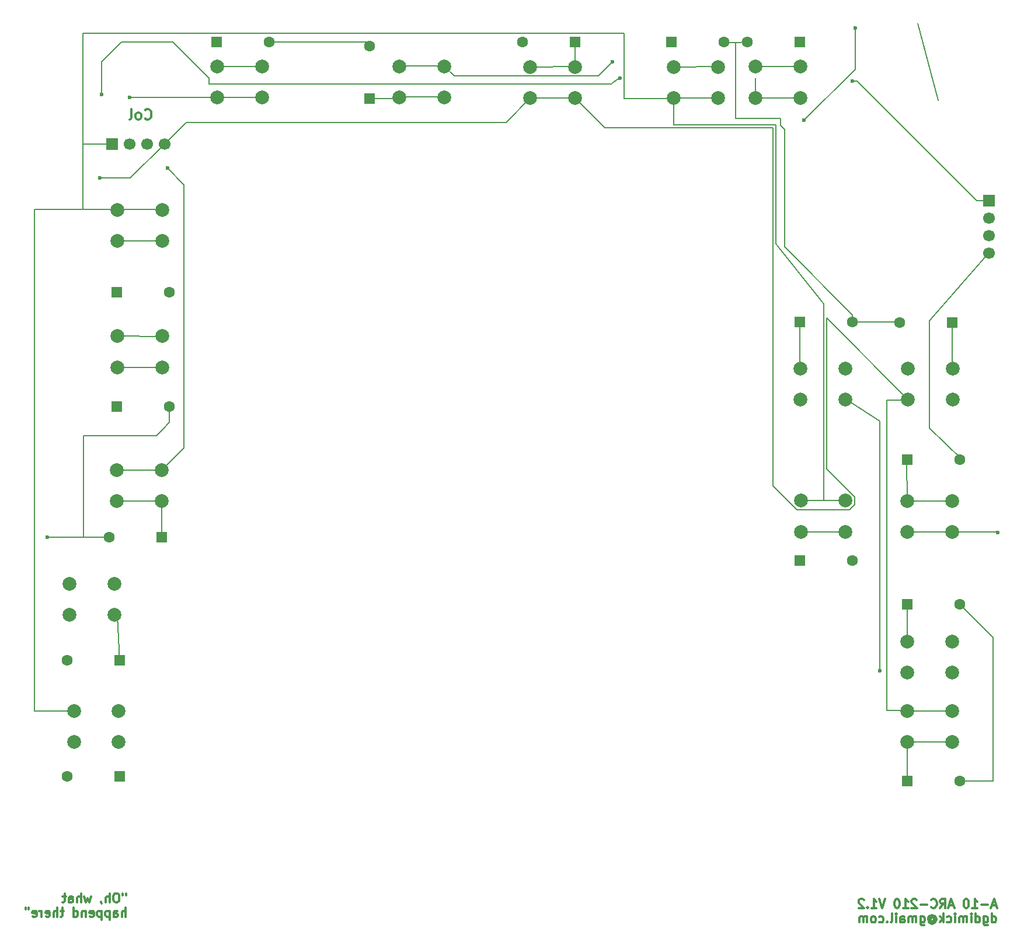
<source format=gbl>
%TF.GenerationSoftware,KiCad,Pcbnew,9.0.3*%
%TF.CreationDate,2025-07-31T04:13:45-06:00*%
%TF.ProjectId,ARC-210-Master-Board,4152432d-3231-4302-9d4d-61737465722d,rev?*%
%TF.SameCoordinates,Original*%
%TF.FileFunction,Copper,L2,Bot*%
%TF.FilePolarity,Positive*%
%FSLAX46Y46*%
G04 Gerber Fmt 4.6, Leading zero omitted, Abs format (unit mm)*
G04 Created by KiCad (PCBNEW 9.0.3) date 2025-07-31 04:13:45*
%MOMM*%
%LPD*%
G01*
G04 APERTURE LIST*
G04 Aperture macros list*
%AMRoundRect*
0 Rectangle with rounded corners*
0 $1 Rounding radius*
0 $2 $3 $4 $5 $6 $7 $8 $9 X,Y pos of 4 corners*
0 Add a 4 corners polygon primitive as box body*
4,1,4,$2,$3,$4,$5,$6,$7,$8,$9,$2,$3,0*
0 Add four circle primitives for the rounded corners*
1,1,$1+$1,$2,$3*
1,1,$1+$1,$4,$5*
1,1,$1+$1,$6,$7*
1,1,$1+$1,$8,$9*
0 Add four rect primitives between the rounded corners*
20,1,$1+$1,$2,$3,$4,$5,0*
20,1,$1+$1,$4,$5,$6,$7,0*
20,1,$1+$1,$6,$7,$8,$9,0*
20,1,$1+$1,$8,$9,$2,$3,0*%
G04 Aperture macros list end*
%TA.AperFunction,Conductor*%
%ADD10C,0.200000*%
%TD*%
%TA.AperFunction,NonConductor*%
%ADD11C,0.200000*%
%TD*%
%ADD12C,0.300000*%
%TA.AperFunction,NonConductor*%
%ADD13C,0.300000*%
%TD*%
%TA.AperFunction,ComponentPad*%
%ADD14C,2.000000*%
%TD*%
%TA.AperFunction,ComponentPad*%
%ADD15RoundRect,0.250000X-0.550000X-0.550000X0.550000X-0.550000X0.550000X0.550000X-0.550000X0.550000X0*%
%TD*%
%TA.AperFunction,ComponentPad*%
%ADD16C,1.600000*%
%TD*%
%TA.AperFunction,ComponentPad*%
%ADD17R,1.700000X1.700000*%
%TD*%
%TA.AperFunction,ComponentPad*%
%ADD18C,1.700000*%
%TD*%
%TA.AperFunction,ComponentPad*%
%ADD19RoundRect,0.250000X0.550000X0.550000X-0.550000X0.550000X-0.550000X-0.550000X0.550000X-0.550000X0*%
%TD*%
%TA.AperFunction,ComponentPad*%
%ADD20RoundRect,0.250000X0.550000X-0.550000X0.550000X0.550000X-0.550000X0.550000X-0.550000X-0.550000X0*%
%TD*%
%TA.AperFunction,ViaPad*%
%ADD21C,0.600000*%
%TD*%
G04 APERTURE END LIST*
D10*
%TO.N,Net-(D3-K)*%
X94210000Y-98200000D02*
X87790000Y-98200000D01*
%TO.N,Net-(D13-A)*%
X210290000Y-92220000D02*
X205530000Y-87570000D01*
%TO.N,Net-(J2-Pin_4)*%
X208960000Y-128640000D02*
X202580000Y-128650000D01*
%TO.N,Net-(J2-Pin_1)*%
X84880000Y-46340000D02*
X86990000Y-46340000D01*
%TO.N,Net-(D8-K)*%
X154150000Y-35100000D02*
X147670000Y-35190000D01*
%TO.N,Net-(D1-A)*%
X212376292Y-54570000D02*
X214130000Y-54600000D01*
X159450000Y-37610000D02*
X160460000Y-36920000D01*
%TO.N,Net-(J2-Pin_3)*%
X94190000Y-93690000D02*
X87810000Y-93690000D01*
%TO.N,Net-(J2-Pin_1)*%
X161290000Y-39800000D02*
X161290000Y-30309474D01*
%TO.N,Net-(D13-K)*%
X193390000Y-102650000D02*
X186860000Y-102650000D01*
%TO.N,Net-(D9-K)*%
X174970000Y-35150000D02*
X168440000Y-35170000D01*
%TO.N,Net-(D7-K)*%
X129190000Y-39545000D02*
X135540000Y-39520000D01*
%TO.N,Net-(J2-Pin_1)*%
X81510000Y-128660000D02*
X75790000Y-128680000D01*
X161290000Y-30309474D02*
X82760000Y-30260000D01*
%TO.N,Net-(D13-A)*%
X205530000Y-87570000D02*
X205530000Y-72147637D01*
X209930000Y-138800000D02*
X214780000Y-138800000D01*
%TO.N,Net-(D2-K)*%
X88120000Y-121340000D02*
X87740000Y-115000000D01*
%TO.N,Net-(J2-Pin_1)*%
X82760000Y-30260000D02*
X82760000Y-55840000D01*
%TO.N,Net-(D1-A)*%
X101040000Y-37620000D02*
X101040000Y-36810000D01*
%TO.N,Net-(J2-Pin_4)*%
X199380000Y-108460000D02*
X199400000Y-121090000D01*
%TO.N,Net-(D10-A)*%
X177410000Y-31610000D02*
X175670000Y-31610000D01*
%TO.N,Net-(D3-K)*%
X94180000Y-103420000D02*
X94180000Y-98199914D01*
%TO.N,Net-(J2-Pin_1)*%
X183300000Y-60820000D02*
X183300000Y-43579896D01*
X75790000Y-128680000D02*
X75770000Y-55870000D01*
X174960000Y-39650000D02*
X168400000Y-39680000D01*
%TO.N,Net-(J2-Pin_4)*%
X154110000Y-39660000D02*
X147470000Y-39660000D01*
%TO.N,Net-(D7-K)*%
X124380000Y-39770000D02*
X128740000Y-39770000D01*
%TO.N,Net-(J2-Pin_4)*%
X87770000Y-74270000D02*
X94300000Y-74360000D01*
%TO.N,Net-(J2-Pin_1)*%
X193388006Y-98150009D02*
X186990000Y-98150009D01*
%TO.N,Net-(D16-K)*%
X202350000Y-138850000D02*
X202350000Y-133159289D01*
%TO.N,Net-(J2-Pin_1)*%
X168460000Y-39750000D02*
X168460000Y-43587380D01*
X86990000Y-46340000D02*
X82770000Y-46340000D01*
%TO.N,Net-(D5-K)*%
X94260000Y-60420000D02*
X87790000Y-60420000D01*
%TO.N,Net-(J2-Pin_4)*%
X199380000Y-121090524D02*
X199380000Y-123890017D01*
%TO.N,Net-(D10-A)*%
X179130000Y-31530000D02*
X177410000Y-31610000D01*
%TO.N,Net-(J2-Pin_1)*%
X190189003Y-98150009D02*
X190189003Y-69594489D01*
%TO.N,Net-(D14-K)*%
X202260000Y-92160000D02*
X202350000Y-98200000D01*
%TO.N,Net-(D13-A)*%
X205570000Y-72020000D02*
X213640000Y-62700000D01*
%TO.N,Net-(J2-Pin_3)*%
X198340000Y-86600000D02*
X194040000Y-83780000D01*
%TO.N,Net-(D15-K)*%
X202300000Y-113160000D02*
X202300000Y-118712602D01*
%TO.N,Net-(J2-Pin_4)*%
X199370000Y-108430000D02*
X199370000Y-105350000D01*
X199380000Y-123880000D02*
X199380000Y-128590000D01*
%TO.N,Net-(D14-K)*%
X209040000Y-98180000D02*
X202490000Y-98210000D01*
%TO.N,Net-(J2-Pin_1)*%
X190189003Y-69594489D02*
X183300000Y-60820000D01*
%TO.N,Net-(D4-K)*%
X94270000Y-78770000D02*
X87820000Y-78770000D01*
%TO.N,Net-(D11-K)*%
X186790000Y-72240000D02*
X186790000Y-79160585D01*
%TO.N,Net-(J2-Pin_2)*%
X180330000Y-39510000D02*
X180330000Y-36819833D01*
%TO.N,Net-(J2-Pin_4)*%
X199380000Y-128590000D02*
X201610000Y-128590000D01*
%TO.N,Net-(J2-Pin_1)*%
X183300000Y-43579896D02*
X168460000Y-43587380D01*
%TO.N,Net-(J2-Pin_4)*%
X199370000Y-105350000D02*
X199370000Y-83510000D01*
%TO.N,Net-(J2-Pin_1)*%
X168460000Y-39750000D02*
X161289826Y-39750000D01*
X94300000Y-55870000D02*
X87770000Y-55830000D01*
%TO.N,Net-(D16-K)*%
X208830000Y-133150000D02*
X202260000Y-133160000D01*
%TO.N,Net-(D10-A)*%
X201240000Y-72230000D02*
X194340000Y-72160000D01*
%TO.N,Net-(J2-Pin_4)*%
X202490000Y-83510000D02*
X199380000Y-83510000D01*
%TO.N,Net-(J2-Pin_2)*%
X209090000Y-102710000D02*
X202770000Y-102680000D01*
%TO.N,Net-(J2-Pin_1)*%
X75770000Y-55870000D02*
X88180000Y-55870000D01*
%TO.N,Net-(D10-A)*%
X177410000Y-31610000D02*
X177410000Y-42630000D01*
%TO.N,Net-(D6-K)*%
X102250000Y-35120000D02*
X108840000Y-35120000D01*
%TO.N,Net-(D10-K)*%
X186850000Y-35150000D02*
X180310000Y-35160000D01*
D11*
X203850000Y-28850000D02*
X206790000Y-40070000D01*
D10*
%TO.N,Net-(J2-Pin_3)*%
X128680000Y-35045000D02*
X135270000Y-35045000D01*
%TO.N,Net-(J2-Pin_2)*%
X186790000Y-39650000D02*
X180290000Y-39670000D01*
D12*
D13*
X91798346Y-42667971D02*
X91869774Y-42739400D01*
X91869774Y-42739400D02*
X92084060Y-42810828D01*
X92084060Y-42810828D02*
X92226917Y-42810828D01*
X92226917Y-42810828D02*
X92441203Y-42739400D01*
X92441203Y-42739400D02*
X92584060Y-42596542D01*
X92584060Y-42596542D02*
X92655489Y-42453685D01*
X92655489Y-42453685D02*
X92726917Y-42167971D01*
X92726917Y-42167971D02*
X92726917Y-41953685D01*
X92726917Y-41953685D02*
X92655489Y-41667971D01*
X92655489Y-41667971D02*
X92584060Y-41525114D01*
X92584060Y-41525114D02*
X92441203Y-41382257D01*
X92441203Y-41382257D02*
X92226917Y-41310828D01*
X92226917Y-41310828D02*
X92084060Y-41310828D01*
X92084060Y-41310828D02*
X91869774Y-41382257D01*
X91869774Y-41382257D02*
X91798346Y-41453685D01*
X90941203Y-42810828D02*
X91084060Y-42739400D01*
X91084060Y-42739400D02*
X91155489Y-42667971D01*
X91155489Y-42667971D02*
X91226917Y-42525114D01*
X91226917Y-42525114D02*
X91226917Y-42096542D01*
X91226917Y-42096542D02*
X91155489Y-41953685D01*
X91155489Y-41953685D02*
X91084060Y-41882257D01*
X91084060Y-41882257D02*
X90941203Y-41810828D01*
X90941203Y-41810828D02*
X90726917Y-41810828D01*
X90726917Y-41810828D02*
X90584060Y-41882257D01*
X90584060Y-41882257D02*
X90512632Y-41953685D01*
X90512632Y-41953685D02*
X90441203Y-42096542D01*
X90441203Y-42096542D02*
X90441203Y-42525114D01*
X90441203Y-42525114D02*
X90512632Y-42667971D01*
X90512632Y-42667971D02*
X90584060Y-42739400D01*
X90584060Y-42739400D02*
X90726917Y-42810828D01*
X90726917Y-42810828D02*
X90941203Y-42810828D01*
X89584060Y-42810828D02*
X89726917Y-42739400D01*
X89726917Y-42739400D02*
X89798346Y-42596542D01*
X89798346Y-42596542D02*
X89798346Y-41310828D01*
D12*
D13*
X215215012Y-156890949D02*
X214595965Y-156890949D01*
X215338822Y-157262377D02*
X214905489Y-155962377D01*
X214905489Y-155962377D02*
X214472155Y-157262377D01*
X214038822Y-156767139D02*
X213048346Y-156767139D01*
X211748345Y-157262377D02*
X212491202Y-157262377D01*
X212119774Y-157262377D02*
X212119774Y-155962377D01*
X212119774Y-155962377D02*
X212243583Y-156148092D01*
X212243583Y-156148092D02*
X212367393Y-156271901D01*
X212367393Y-156271901D02*
X212491202Y-156333806D01*
X210943584Y-155962377D02*
X210819774Y-155962377D01*
X210819774Y-155962377D02*
X210695965Y-156024282D01*
X210695965Y-156024282D02*
X210634060Y-156086187D01*
X210634060Y-156086187D02*
X210572155Y-156209996D01*
X210572155Y-156209996D02*
X210510250Y-156457615D01*
X210510250Y-156457615D02*
X210510250Y-156767139D01*
X210510250Y-156767139D02*
X210572155Y-157014758D01*
X210572155Y-157014758D02*
X210634060Y-157138568D01*
X210634060Y-157138568D02*
X210695965Y-157200473D01*
X210695965Y-157200473D02*
X210819774Y-157262377D01*
X210819774Y-157262377D02*
X210943584Y-157262377D01*
X210943584Y-157262377D02*
X211067393Y-157200473D01*
X211067393Y-157200473D02*
X211129298Y-157138568D01*
X211129298Y-157138568D02*
X211191203Y-157014758D01*
X211191203Y-157014758D02*
X211253107Y-156767139D01*
X211253107Y-156767139D02*
X211253107Y-156457615D01*
X211253107Y-156457615D02*
X211191203Y-156209996D01*
X211191203Y-156209996D02*
X211129298Y-156086187D01*
X211129298Y-156086187D02*
X211067393Y-156024282D01*
X211067393Y-156024282D02*
X210943584Y-155962377D01*
X209024536Y-156890949D02*
X208405489Y-156890949D01*
X209148346Y-157262377D02*
X208715013Y-155962377D01*
X208715013Y-155962377D02*
X208281679Y-157262377D01*
X207105489Y-157262377D02*
X207538822Y-156643330D01*
X207848346Y-157262377D02*
X207848346Y-155962377D01*
X207848346Y-155962377D02*
X207353108Y-155962377D01*
X207353108Y-155962377D02*
X207229298Y-156024282D01*
X207229298Y-156024282D02*
X207167393Y-156086187D01*
X207167393Y-156086187D02*
X207105489Y-156209996D01*
X207105489Y-156209996D02*
X207105489Y-156395711D01*
X207105489Y-156395711D02*
X207167393Y-156519520D01*
X207167393Y-156519520D02*
X207229298Y-156581425D01*
X207229298Y-156581425D02*
X207353108Y-156643330D01*
X207353108Y-156643330D02*
X207848346Y-156643330D01*
X205805489Y-157138568D02*
X205867393Y-157200473D01*
X205867393Y-157200473D02*
X206053108Y-157262377D01*
X206053108Y-157262377D02*
X206176917Y-157262377D01*
X206176917Y-157262377D02*
X206362631Y-157200473D01*
X206362631Y-157200473D02*
X206486441Y-157076663D01*
X206486441Y-157076663D02*
X206548346Y-156952853D01*
X206548346Y-156952853D02*
X206610250Y-156705234D01*
X206610250Y-156705234D02*
X206610250Y-156519520D01*
X206610250Y-156519520D02*
X206548346Y-156271901D01*
X206548346Y-156271901D02*
X206486441Y-156148092D01*
X206486441Y-156148092D02*
X206362631Y-156024282D01*
X206362631Y-156024282D02*
X206176917Y-155962377D01*
X206176917Y-155962377D02*
X206053108Y-155962377D01*
X206053108Y-155962377D02*
X205867393Y-156024282D01*
X205867393Y-156024282D02*
X205805489Y-156086187D01*
X205248346Y-156767139D02*
X204257870Y-156767139D01*
X203700726Y-156086187D02*
X203638822Y-156024282D01*
X203638822Y-156024282D02*
X203515012Y-155962377D01*
X203515012Y-155962377D02*
X203205488Y-155962377D01*
X203205488Y-155962377D02*
X203081679Y-156024282D01*
X203081679Y-156024282D02*
X203019774Y-156086187D01*
X203019774Y-156086187D02*
X202957869Y-156209996D01*
X202957869Y-156209996D02*
X202957869Y-156333806D01*
X202957869Y-156333806D02*
X203019774Y-156519520D01*
X203019774Y-156519520D02*
X203762631Y-157262377D01*
X203762631Y-157262377D02*
X202957869Y-157262377D01*
X201719774Y-157262377D02*
X202462631Y-157262377D01*
X202091203Y-157262377D02*
X202091203Y-155962377D01*
X202091203Y-155962377D02*
X202215012Y-156148092D01*
X202215012Y-156148092D02*
X202338822Y-156271901D01*
X202338822Y-156271901D02*
X202462631Y-156333806D01*
X200915013Y-155962377D02*
X200791203Y-155962377D01*
X200791203Y-155962377D02*
X200667394Y-156024282D01*
X200667394Y-156024282D02*
X200605489Y-156086187D01*
X200605489Y-156086187D02*
X200543584Y-156209996D01*
X200543584Y-156209996D02*
X200481679Y-156457615D01*
X200481679Y-156457615D02*
X200481679Y-156767139D01*
X200481679Y-156767139D02*
X200543584Y-157014758D01*
X200543584Y-157014758D02*
X200605489Y-157138568D01*
X200605489Y-157138568D02*
X200667394Y-157200473D01*
X200667394Y-157200473D02*
X200791203Y-157262377D01*
X200791203Y-157262377D02*
X200915013Y-157262377D01*
X200915013Y-157262377D02*
X201038822Y-157200473D01*
X201038822Y-157200473D02*
X201100727Y-157138568D01*
X201100727Y-157138568D02*
X201162632Y-157014758D01*
X201162632Y-157014758D02*
X201224536Y-156767139D01*
X201224536Y-156767139D02*
X201224536Y-156457615D01*
X201224536Y-156457615D02*
X201162632Y-156209996D01*
X201162632Y-156209996D02*
X201100727Y-156086187D01*
X201100727Y-156086187D02*
X201038822Y-156024282D01*
X201038822Y-156024282D02*
X200915013Y-155962377D01*
X199119775Y-155962377D02*
X198686442Y-157262377D01*
X198686442Y-157262377D02*
X198253108Y-155962377D01*
X197138822Y-157262377D02*
X197881679Y-157262377D01*
X197510251Y-157262377D02*
X197510251Y-155962377D01*
X197510251Y-155962377D02*
X197634060Y-156148092D01*
X197634060Y-156148092D02*
X197757870Y-156271901D01*
X197757870Y-156271901D02*
X197881679Y-156333806D01*
X196581680Y-157138568D02*
X196519775Y-157200473D01*
X196519775Y-157200473D02*
X196581680Y-157262377D01*
X196581680Y-157262377D02*
X196643584Y-157200473D01*
X196643584Y-157200473D02*
X196581680Y-157138568D01*
X196581680Y-157138568D02*
X196581680Y-157262377D01*
X196024536Y-156086187D02*
X195962632Y-156024282D01*
X195962632Y-156024282D02*
X195838822Y-155962377D01*
X195838822Y-155962377D02*
X195529298Y-155962377D01*
X195529298Y-155962377D02*
X195405489Y-156024282D01*
X195405489Y-156024282D02*
X195343584Y-156086187D01*
X195343584Y-156086187D02*
X195281679Y-156209996D01*
X195281679Y-156209996D02*
X195281679Y-156333806D01*
X195281679Y-156333806D02*
X195343584Y-156519520D01*
X195343584Y-156519520D02*
X196086441Y-157262377D01*
X196086441Y-157262377D02*
X195281679Y-157262377D01*
X214595965Y-159355304D02*
X214595965Y-158055304D01*
X214595965Y-159293400D02*
X214719774Y-159355304D01*
X214719774Y-159355304D02*
X214967393Y-159355304D01*
X214967393Y-159355304D02*
X215091203Y-159293400D01*
X215091203Y-159293400D02*
X215153108Y-159231495D01*
X215153108Y-159231495D02*
X215215012Y-159107685D01*
X215215012Y-159107685D02*
X215215012Y-158736257D01*
X215215012Y-158736257D02*
X215153108Y-158612447D01*
X215153108Y-158612447D02*
X215091203Y-158550542D01*
X215091203Y-158550542D02*
X214967393Y-158488638D01*
X214967393Y-158488638D02*
X214719774Y-158488638D01*
X214719774Y-158488638D02*
X214595965Y-158550542D01*
X213419775Y-158488638D02*
X213419775Y-159541019D01*
X213419775Y-159541019D02*
X213481680Y-159664828D01*
X213481680Y-159664828D02*
X213543584Y-159726733D01*
X213543584Y-159726733D02*
X213667394Y-159788638D01*
X213667394Y-159788638D02*
X213853108Y-159788638D01*
X213853108Y-159788638D02*
X213976918Y-159726733D01*
X213419775Y-159293400D02*
X213543584Y-159355304D01*
X213543584Y-159355304D02*
X213791203Y-159355304D01*
X213791203Y-159355304D02*
X213915013Y-159293400D01*
X213915013Y-159293400D02*
X213976918Y-159231495D01*
X213976918Y-159231495D02*
X214038822Y-159107685D01*
X214038822Y-159107685D02*
X214038822Y-158736257D01*
X214038822Y-158736257D02*
X213976918Y-158612447D01*
X213976918Y-158612447D02*
X213915013Y-158550542D01*
X213915013Y-158550542D02*
X213791203Y-158488638D01*
X213791203Y-158488638D02*
X213543584Y-158488638D01*
X213543584Y-158488638D02*
X213419775Y-158550542D01*
X212243585Y-159355304D02*
X212243585Y-158055304D01*
X212243585Y-159293400D02*
X212367394Y-159355304D01*
X212367394Y-159355304D02*
X212615013Y-159355304D01*
X212615013Y-159355304D02*
X212738823Y-159293400D01*
X212738823Y-159293400D02*
X212800728Y-159231495D01*
X212800728Y-159231495D02*
X212862632Y-159107685D01*
X212862632Y-159107685D02*
X212862632Y-158736257D01*
X212862632Y-158736257D02*
X212800728Y-158612447D01*
X212800728Y-158612447D02*
X212738823Y-158550542D01*
X212738823Y-158550542D02*
X212615013Y-158488638D01*
X212615013Y-158488638D02*
X212367394Y-158488638D01*
X212367394Y-158488638D02*
X212243585Y-158550542D01*
X211624538Y-159355304D02*
X211624538Y-158488638D01*
X211624538Y-158055304D02*
X211686442Y-158117209D01*
X211686442Y-158117209D02*
X211624538Y-158179114D01*
X211624538Y-158179114D02*
X211562633Y-158117209D01*
X211562633Y-158117209D02*
X211624538Y-158055304D01*
X211624538Y-158055304D02*
X211624538Y-158179114D01*
X211005490Y-159355304D02*
X211005490Y-158488638D01*
X211005490Y-158612447D02*
X210943585Y-158550542D01*
X210943585Y-158550542D02*
X210819775Y-158488638D01*
X210819775Y-158488638D02*
X210634061Y-158488638D01*
X210634061Y-158488638D02*
X210510252Y-158550542D01*
X210510252Y-158550542D02*
X210448347Y-158674352D01*
X210448347Y-158674352D02*
X210448347Y-159355304D01*
X210448347Y-158674352D02*
X210386442Y-158550542D01*
X210386442Y-158550542D02*
X210262633Y-158488638D01*
X210262633Y-158488638D02*
X210076918Y-158488638D01*
X210076918Y-158488638D02*
X209953109Y-158550542D01*
X209953109Y-158550542D02*
X209891204Y-158674352D01*
X209891204Y-158674352D02*
X209891204Y-159355304D01*
X209272157Y-159355304D02*
X209272157Y-158488638D01*
X209272157Y-158055304D02*
X209334061Y-158117209D01*
X209334061Y-158117209D02*
X209272157Y-158179114D01*
X209272157Y-158179114D02*
X209210252Y-158117209D01*
X209210252Y-158117209D02*
X209272157Y-158055304D01*
X209272157Y-158055304D02*
X209272157Y-158179114D01*
X208095966Y-159293400D02*
X208219775Y-159355304D01*
X208219775Y-159355304D02*
X208467394Y-159355304D01*
X208467394Y-159355304D02*
X208591204Y-159293400D01*
X208591204Y-159293400D02*
X208653109Y-159231495D01*
X208653109Y-159231495D02*
X208715013Y-159107685D01*
X208715013Y-159107685D02*
X208715013Y-158736257D01*
X208715013Y-158736257D02*
X208653109Y-158612447D01*
X208653109Y-158612447D02*
X208591204Y-158550542D01*
X208591204Y-158550542D02*
X208467394Y-158488638D01*
X208467394Y-158488638D02*
X208219775Y-158488638D01*
X208219775Y-158488638D02*
X208095966Y-158550542D01*
X207538823Y-159355304D02*
X207538823Y-158055304D01*
X207415013Y-158860066D02*
X207043585Y-159355304D01*
X207043585Y-158488638D02*
X207538823Y-158983876D01*
X205681680Y-158736257D02*
X205743585Y-158674352D01*
X205743585Y-158674352D02*
X205867394Y-158612447D01*
X205867394Y-158612447D02*
X205991204Y-158612447D01*
X205991204Y-158612447D02*
X206115013Y-158674352D01*
X206115013Y-158674352D02*
X206176918Y-158736257D01*
X206176918Y-158736257D02*
X206238823Y-158860066D01*
X206238823Y-158860066D02*
X206238823Y-158983876D01*
X206238823Y-158983876D02*
X206176918Y-159107685D01*
X206176918Y-159107685D02*
X206115013Y-159169590D01*
X206115013Y-159169590D02*
X205991204Y-159231495D01*
X205991204Y-159231495D02*
X205867394Y-159231495D01*
X205867394Y-159231495D02*
X205743585Y-159169590D01*
X205743585Y-159169590D02*
X205681680Y-159107685D01*
X205681680Y-158612447D02*
X205681680Y-159107685D01*
X205681680Y-159107685D02*
X205619775Y-159169590D01*
X205619775Y-159169590D02*
X205557870Y-159169590D01*
X205557870Y-159169590D02*
X205434061Y-159107685D01*
X205434061Y-159107685D02*
X205372156Y-158983876D01*
X205372156Y-158983876D02*
X205372156Y-158674352D01*
X205372156Y-158674352D02*
X205495966Y-158488638D01*
X205495966Y-158488638D02*
X205681680Y-158364828D01*
X205681680Y-158364828D02*
X205929299Y-158302923D01*
X205929299Y-158302923D02*
X206176918Y-158364828D01*
X206176918Y-158364828D02*
X206362632Y-158488638D01*
X206362632Y-158488638D02*
X206486442Y-158674352D01*
X206486442Y-158674352D02*
X206548346Y-158921971D01*
X206548346Y-158921971D02*
X206486442Y-159169590D01*
X206486442Y-159169590D02*
X206362632Y-159355304D01*
X206362632Y-159355304D02*
X206176918Y-159479114D01*
X206176918Y-159479114D02*
X205929299Y-159541019D01*
X205929299Y-159541019D02*
X205681680Y-159479114D01*
X205681680Y-159479114D02*
X205495966Y-159355304D01*
X204257870Y-158488638D02*
X204257870Y-159541019D01*
X204257870Y-159541019D02*
X204319775Y-159664828D01*
X204319775Y-159664828D02*
X204381679Y-159726733D01*
X204381679Y-159726733D02*
X204505489Y-159788638D01*
X204505489Y-159788638D02*
X204691203Y-159788638D01*
X204691203Y-159788638D02*
X204815013Y-159726733D01*
X204257870Y-159293400D02*
X204381679Y-159355304D01*
X204381679Y-159355304D02*
X204629298Y-159355304D01*
X204629298Y-159355304D02*
X204753108Y-159293400D01*
X204753108Y-159293400D02*
X204815013Y-159231495D01*
X204815013Y-159231495D02*
X204876917Y-159107685D01*
X204876917Y-159107685D02*
X204876917Y-158736257D01*
X204876917Y-158736257D02*
X204815013Y-158612447D01*
X204815013Y-158612447D02*
X204753108Y-158550542D01*
X204753108Y-158550542D02*
X204629298Y-158488638D01*
X204629298Y-158488638D02*
X204381679Y-158488638D01*
X204381679Y-158488638D02*
X204257870Y-158550542D01*
X203638823Y-159355304D02*
X203638823Y-158488638D01*
X203638823Y-158612447D02*
X203576918Y-158550542D01*
X203576918Y-158550542D02*
X203453108Y-158488638D01*
X203453108Y-158488638D02*
X203267394Y-158488638D01*
X203267394Y-158488638D02*
X203143585Y-158550542D01*
X203143585Y-158550542D02*
X203081680Y-158674352D01*
X203081680Y-158674352D02*
X203081680Y-159355304D01*
X203081680Y-158674352D02*
X203019775Y-158550542D01*
X203019775Y-158550542D02*
X202895966Y-158488638D01*
X202895966Y-158488638D02*
X202710251Y-158488638D01*
X202710251Y-158488638D02*
X202586442Y-158550542D01*
X202586442Y-158550542D02*
X202524537Y-158674352D01*
X202524537Y-158674352D02*
X202524537Y-159355304D01*
X201348347Y-159355304D02*
X201348347Y-158674352D01*
X201348347Y-158674352D02*
X201410252Y-158550542D01*
X201410252Y-158550542D02*
X201534061Y-158488638D01*
X201534061Y-158488638D02*
X201781680Y-158488638D01*
X201781680Y-158488638D02*
X201905490Y-158550542D01*
X201348347Y-159293400D02*
X201472156Y-159355304D01*
X201472156Y-159355304D02*
X201781680Y-159355304D01*
X201781680Y-159355304D02*
X201905490Y-159293400D01*
X201905490Y-159293400D02*
X201967394Y-159169590D01*
X201967394Y-159169590D02*
X201967394Y-159045780D01*
X201967394Y-159045780D02*
X201905490Y-158921971D01*
X201905490Y-158921971D02*
X201781680Y-158860066D01*
X201781680Y-158860066D02*
X201472156Y-158860066D01*
X201472156Y-158860066D02*
X201348347Y-158798161D01*
X200729300Y-159355304D02*
X200729300Y-158488638D01*
X200729300Y-158055304D02*
X200791204Y-158117209D01*
X200791204Y-158117209D02*
X200729300Y-158179114D01*
X200729300Y-158179114D02*
X200667395Y-158117209D01*
X200667395Y-158117209D02*
X200729300Y-158055304D01*
X200729300Y-158055304D02*
X200729300Y-158179114D01*
X199924537Y-159355304D02*
X200048347Y-159293400D01*
X200048347Y-159293400D02*
X200110252Y-159169590D01*
X200110252Y-159169590D02*
X200110252Y-158055304D01*
X199429300Y-159231495D02*
X199367395Y-159293400D01*
X199367395Y-159293400D02*
X199429300Y-159355304D01*
X199429300Y-159355304D02*
X199491204Y-159293400D01*
X199491204Y-159293400D02*
X199429300Y-159231495D01*
X199429300Y-159231495D02*
X199429300Y-159355304D01*
X198253109Y-159293400D02*
X198376918Y-159355304D01*
X198376918Y-159355304D02*
X198624537Y-159355304D01*
X198624537Y-159355304D02*
X198748347Y-159293400D01*
X198748347Y-159293400D02*
X198810252Y-159231495D01*
X198810252Y-159231495D02*
X198872156Y-159107685D01*
X198872156Y-159107685D02*
X198872156Y-158736257D01*
X198872156Y-158736257D02*
X198810252Y-158612447D01*
X198810252Y-158612447D02*
X198748347Y-158550542D01*
X198748347Y-158550542D02*
X198624537Y-158488638D01*
X198624537Y-158488638D02*
X198376918Y-158488638D01*
X198376918Y-158488638D02*
X198253109Y-158550542D01*
X197510251Y-159355304D02*
X197634061Y-159293400D01*
X197634061Y-159293400D02*
X197695966Y-159231495D01*
X197695966Y-159231495D02*
X197757870Y-159107685D01*
X197757870Y-159107685D02*
X197757870Y-158736257D01*
X197757870Y-158736257D02*
X197695966Y-158612447D01*
X197695966Y-158612447D02*
X197634061Y-158550542D01*
X197634061Y-158550542D02*
X197510251Y-158488638D01*
X197510251Y-158488638D02*
X197324537Y-158488638D01*
X197324537Y-158488638D02*
X197200728Y-158550542D01*
X197200728Y-158550542D02*
X197138823Y-158612447D01*
X197138823Y-158612447D02*
X197076918Y-158736257D01*
X197076918Y-158736257D02*
X197076918Y-159107685D01*
X197076918Y-159107685D02*
X197138823Y-159231495D01*
X197138823Y-159231495D02*
X197200728Y-159293400D01*
X197200728Y-159293400D02*
X197324537Y-159355304D01*
X197324537Y-159355304D02*
X197510251Y-159355304D01*
X196519776Y-159355304D02*
X196519776Y-158488638D01*
X196519776Y-158612447D02*
X196457871Y-158550542D01*
X196457871Y-158550542D02*
X196334061Y-158488638D01*
X196334061Y-158488638D02*
X196148347Y-158488638D01*
X196148347Y-158488638D02*
X196024538Y-158550542D01*
X196024538Y-158550542D02*
X195962633Y-158674352D01*
X195962633Y-158674352D02*
X195962633Y-159355304D01*
X195962633Y-158674352D02*
X195900728Y-158550542D01*
X195900728Y-158550542D02*
X195776919Y-158488638D01*
X195776919Y-158488638D02*
X195591204Y-158488638D01*
X195591204Y-158488638D02*
X195467395Y-158550542D01*
X195467395Y-158550542D02*
X195405490Y-158674352D01*
X195405490Y-158674352D02*
X195405490Y-159355304D01*
D12*
D13*
X89055012Y-155152377D02*
X89055012Y-155399996D01*
X88559774Y-155152377D02*
X88559774Y-155399996D01*
X87755013Y-155152377D02*
X87507394Y-155152377D01*
X87507394Y-155152377D02*
X87383584Y-155214282D01*
X87383584Y-155214282D02*
X87259775Y-155338092D01*
X87259775Y-155338092D02*
X87197870Y-155585711D01*
X87197870Y-155585711D02*
X87197870Y-156019044D01*
X87197870Y-156019044D02*
X87259775Y-156266663D01*
X87259775Y-156266663D02*
X87383584Y-156390473D01*
X87383584Y-156390473D02*
X87507394Y-156452377D01*
X87507394Y-156452377D02*
X87755013Y-156452377D01*
X87755013Y-156452377D02*
X87878822Y-156390473D01*
X87878822Y-156390473D02*
X88002632Y-156266663D01*
X88002632Y-156266663D02*
X88064536Y-156019044D01*
X88064536Y-156019044D02*
X88064536Y-155585711D01*
X88064536Y-155585711D02*
X88002632Y-155338092D01*
X88002632Y-155338092D02*
X87878822Y-155214282D01*
X87878822Y-155214282D02*
X87755013Y-155152377D01*
X86640727Y-156452377D02*
X86640727Y-155152377D01*
X86083584Y-156452377D02*
X86083584Y-155771425D01*
X86083584Y-155771425D02*
X86145489Y-155647615D01*
X86145489Y-155647615D02*
X86269298Y-155585711D01*
X86269298Y-155585711D02*
X86455012Y-155585711D01*
X86455012Y-155585711D02*
X86578822Y-155647615D01*
X86578822Y-155647615D02*
X86640727Y-155709520D01*
X85402632Y-156390473D02*
X85402632Y-156452377D01*
X85402632Y-156452377D02*
X85464537Y-156576187D01*
X85464537Y-156576187D02*
X85526441Y-156638092D01*
X83978822Y-155585711D02*
X83731203Y-156452377D01*
X83731203Y-156452377D02*
X83483584Y-155833330D01*
X83483584Y-155833330D02*
X83235965Y-156452377D01*
X83235965Y-156452377D02*
X82988346Y-155585711D01*
X82493108Y-156452377D02*
X82493108Y-155152377D01*
X81935965Y-156452377D02*
X81935965Y-155771425D01*
X81935965Y-155771425D02*
X81997870Y-155647615D01*
X81997870Y-155647615D02*
X82121679Y-155585711D01*
X82121679Y-155585711D02*
X82307393Y-155585711D01*
X82307393Y-155585711D02*
X82431203Y-155647615D01*
X82431203Y-155647615D02*
X82493108Y-155709520D01*
X80759775Y-156452377D02*
X80759775Y-155771425D01*
X80759775Y-155771425D02*
X80821680Y-155647615D01*
X80821680Y-155647615D02*
X80945489Y-155585711D01*
X80945489Y-155585711D02*
X81193108Y-155585711D01*
X81193108Y-155585711D02*
X81316918Y-155647615D01*
X80759775Y-156390473D02*
X80883584Y-156452377D01*
X80883584Y-156452377D02*
X81193108Y-156452377D01*
X81193108Y-156452377D02*
X81316918Y-156390473D01*
X81316918Y-156390473D02*
X81378822Y-156266663D01*
X81378822Y-156266663D02*
X81378822Y-156142853D01*
X81378822Y-156142853D02*
X81316918Y-156019044D01*
X81316918Y-156019044D02*
X81193108Y-155957139D01*
X81193108Y-155957139D02*
X80883584Y-155957139D01*
X80883584Y-155957139D02*
X80759775Y-155895234D01*
X80326442Y-155585711D02*
X79831204Y-155585711D01*
X80140728Y-155152377D02*
X80140728Y-156266663D01*
X80140728Y-156266663D02*
X80078823Y-156390473D01*
X80078823Y-156390473D02*
X79955013Y-156452377D01*
X79955013Y-156452377D02*
X79831204Y-156452377D01*
X88993108Y-158545304D02*
X88993108Y-157245304D01*
X88435965Y-158545304D02*
X88435965Y-157864352D01*
X88435965Y-157864352D02*
X88497870Y-157740542D01*
X88497870Y-157740542D02*
X88621679Y-157678638D01*
X88621679Y-157678638D02*
X88807393Y-157678638D01*
X88807393Y-157678638D02*
X88931203Y-157740542D01*
X88931203Y-157740542D02*
X88993108Y-157802447D01*
X87259775Y-158545304D02*
X87259775Y-157864352D01*
X87259775Y-157864352D02*
X87321680Y-157740542D01*
X87321680Y-157740542D02*
X87445489Y-157678638D01*
X87445489Y-157678638D02*
X87693108Y-157678638D01*
X87693108Y-157678638D02*
X87816918Y-157740542D01*
X87259775Y-158483400D02*
X87383584Y-158545304D01*
X87383584Y-158545304D02*
X87693108Y-158545304D01*
X87693108Y-158545304D02*
X87816918Y-158483400D01*
X87816918Y-158483400D02*
X87878822Y-158359590D01*
X87878822Y-158359590D02*
X87878822Y-158235780D01*
X87878822Y-158235780D02*
X87816918Y-158111971D01*
X87816918Y-158111971D02*
X87693108Y-158050066D01*
X87693108Y-158050066D02*
X87383584Y-158050066D01*
X87383584Y-158050066D02*
X87259775Y-157988161D01*
X86640728Y-157678638D02*
X86640728Y-158978638D01*
X86640728Y-157740542D02*
X86516918Y-157678638D01*
X86516918Y-157678638D02*
X86269299Y-157678638D01*
X86269299Y-157678638D02*
X86145490Y-157740542D01*
X86145490Y-157740542D02*
X86083585Y-157802447D01*
X86083585Y-157802447D02*
X86021680Y-157926257D01*
X86021680Y-157926257D02*
X86021680Y-158297685D01*
X86021680Y-158297685D02*
X86083585Y-158421495D01*
X86083585Y-158421495D02*
X86145490Y-158483400D01*
X86145490Y-158483400D02*
X86269299Y-158545304D01*
X86269299Y-158545304D02*
X86516918Y-158545304D01*
X86516918Y-158545304D02*
X86640728Y-158483400D01*
X85464538Y-157678638D02*
X85464538Y-158978638D01*
X85464538Y-157740542D02*
X85340728Y-157678638D01*
X85340728Y-157678638D02*
X85093109Y-157678638D01*
X85093109Y-157678638D02*
X84969300Y-157740542D01*
X84969300Y-157740542D02*
X84907395Y-157802447D01*
X84907395Y-157802447D02*
X84845490Y-157926257D01*
X84845490Y-157926257D02*
X84845490Y-158297685D01*
X84845490Y-158297685D02*
X84907395Y-158421495D01*
X84907395Y-158421495D02*
X84969300Y-158483400D01*
X84969300Y-158483400D02*
X85093109Y-158545304D01*
X85093109Y-158545304D02*
X85340728Y-158545304D01*
X85340728Y-158545304D02*
X85464538Y-158483400D01*
X83793110Y-158483400D02*
X83916919Y-158545304D01*
X83916919Y-158545304D02*
X84164538Y-158545304D01*
X84164538Y-158545304D02*
X84288348Y-158483400D01*
X84288348Y-158483400D02*
X84350252Y-158359590D01*
X84350252Y-158359590D02*
X84350252Y-157864352D01*
X84350252Y-157864352D02*
X84288348Y-157740542D01*
X84288348Y-157740542D02*
X84164538Y-157678638D01*
X84164538Y-157678638D02*
X83916919Y-157678638D01*
X83916919Y-157678638D02*
X83793110Y-157740542D01*
X83793110Y-157740542D02*
X83731205Y-157864352D01*
X83731205Y-157864352D02*
X83731205Y-157988161D01*
X83731205Y-157988161D02*
X84350252Y-158111971D01*
X83174062Y-157678638D02*
X83174062Y-158545304D01*
X83174062Y-157802447D02*
X83112157Y-157740542D01*
X83112157Y-157740542D02*
X82988347Y-157678638D01*
X82988347Y-157678638D02*
X82802633Y-157678638D01*
X82802633Y-157678638D02*
X82678824Y-157740542D01*
X82678824Y-157740542D02*
X82616919Y-157864352D01*
X82616919Y-157864352D02*
X82616919Y-158545304D01*
X81440729Y-158545304D02*
X81440729Y-157245304D01*
X81440729Y-158483400D02*
X81564538Y-158545304D01*
X81564538Y-158545304D02*
X81812157Y-158545304D01*
X81812157Y-158545304D02*
X81935967Y-158483400D01*
X81935967Y-158483400D02*
X81997872Y-158421495D01*
X81997872Y-158421495D02*
X82059776Y-158297685D01*
X82059776Y-158297685D02*
X82059776Y-157926257D01*
X82059776Y-157926257D02*
X81997872Y-157802447D01*
X81997872Y-157802447D02*
X81935967Y-157740542D01*
X81935967Y-157740542D02*
X81812157Y-157678638D01*
X81812157Y-157678638D02*
X81564538Y-157678638D01*
X81564538Y-157678638D02*
X81440729Y-157740542D01*
X80016920Y-157678638D02*
X79521682Y-157678638D01*
X79831206Y-157245304D02*
X79831206Y-158359590D01*
X79831206Y-158359590D02*
X79769301Y-158483400D01*
X79769301Y-158483400D02*
X79645491Y-158545304D01*
X79645491Y-158545304D02*
X79521682Y-158545304D01*
X79088349Y-158545304D02*
X79088349Y-157245304D01*
X78531206Y-158545304D02*
X78531206Y-157864352D01*
X78531206Y-157864352D02*
X78593111Y-157740542D01*
X78593111Y-157740542D02*
X78716920Y-157678638D01*
X78716920Y-157678638D02*
X78902634Y-157678638D01*
X78902634Y-157678638D02*
X79026444Y-157740542D01*
X79026444Y-157740542D02*
X79088349Y-157802447D01*
X77416921Y-158483400D02*
X77540730Y-158545304D01*
X77540730Y-158545304D02*
X77788349Y-158545304D01*
X77788349Y-158545304D02*
X77912159Y-158483400D01*
X77912159Y-158483400D02*
X77974063Y-158359590D01*
X77974063Y-158359590D02*
X77974063Y-157864352D01*
X77974063Y-157864352D02*
X77912159Y-157740542D01*
X77912159Y-157740542D02*
X77788349Y-157678638D01*
X77788349Y-157678638D02*
X77540730Y-157678638D01*
X77540730Y-157678638D02*
X77416921Y-157740542D01*
X77416921Y-157740542D02*
X77355016Y-157864352D01*
X77355016Y-157864352D02*
X77355016Y-157988161D01*
X77355016Y-157988161D02*
X77974063Y-158111971D01*
X76797873Y-158545304D02*
X76797873Y-157678638D01*
X76797873Y-157926257D02*
X76735968Y-157802447D01*
X76735968Y-157802447D02*
X76674063Y-157740542D01*
X76674063Y-157740542D02*
X76550254Y-157678638D01*
X76550254Y-157678638D02*
X76426444Y-157678638D01*
X75497873Y-158483400D02*
X75621682Y-158545304D01*
X75621682Y-158545304D02*
X75869301Y-158545304D01*
X75869301Y-158545304D02*
X75993111Y-158483400D01*
X75993111Y-158483400D02*
X76055015Y-158359590D01*
X76055015Y-158359590D02*
X76055015Y-157864352D01*
X76055015Y-157864352D02*
X75993111Y-157740542D01*
X75993111Y-157740542D02*
X75869301Y-157678638D01*
X75869301Y-157678638D02*
X75621682Y-157678638D01*
X75621682Y-157678638D02*
X75497873Y-157740542D01*
X75497873Y-157740542D02*
X75435968Y-157864352D01*
X75435968Y-157864352D02*
X75435968Y-157988161D01*
X75435968Y-157988161D02*
X76055015Y-158111971D01*
X74940729Y-157245304D02*
X74940729Y-157492923D01*
X74445491Y-157245304D02*
X74445491Y-157492923D01*
%TD*%
D14*
%TO.P,SW10,1,1*%
%TO.N,Net-(D10-K)*%
X180310000Y-35160000D03*
X186810000Y-35160000D03*
%TO.P,SW10,2,2*%
%TO.N,Net-(J2-Pin_2)*%
X180310000Y-39660000D03*
X186810000Y-39660000D03*
%TD*%
%TO.P,SW14,1,1*%
%TO.N,Net-(D14-K)*%
X202350000Y-98200000D03*
X208850000Y-98200000D03*
%TO.P,SW14,2,2*%
%TO.N,Net-(J2-Pin_2)*%
X202350000Y-102700000D03*
X208850000Y-102700000D03*
%TD*%
%TO.P,SW1,1,1*%
%TO.N,Net-(D1-K)*%
X87980000Y-133190000D03*
X81480000Y-133190000D03*
%TO.P,SW1,2,2*%
%TO.N,Net-(J2-Pin_1)*%
X87980000Y-128690000D03*
X81480000Y-128690000D03*
%TD*%
%TO.P,SW2,1,1*%
%TO.N,Net-(D2-K)*%
X87350000Y-114680000D03*
X80850000Y-114680000D03*
%TO.P,SW2,2,2*%
%TO.N,Net-(J2-Pin_2)*%
X87350000Y-110180000D03*
X80850000Y-110180000D03*
%TD*%
%TO.P,SW7,1,1*%
%TO.N,Net-(D7-K)*%
X135200000Y-39590000D03*
X128700000Y-39590000D03*
%TO.P,SW7,2,2*%
%TO.N,Net-(J2-Pin_3)*%
X135200000Y-35090000D03*
X128700000Y-35090000D03*
%TD*%
%TO.P,SW3,1,1*%
%TO.N,Net-(D3-K)*%
X94210000Y-98200000D03*
X87710000Y-98200000D03*
%TO.P,SW3,2,2*%
%TO.N,Net-(J2-Pin_3)*%
X94210000Y-93700000D03*
X87710000Y-93700000D03*
%TD*%
%TO.P,SW11,1,1*%
%TO.N,Net-(D11-K)*%
X186865000Y-78980000D03*
X193365000Y-78980000D03*
%TO.P,SW11,2,2*%
%TO.N,Net-(J2-Pin_3)*%
X186865000Y-83480000D03*
X193365000Y-83480000D03*
%TD*%
%TO.P,SW8,1,1*%
%TO.N,Net-(D8-K)*%
X147670000Y-35190000D03*
X154170000Y-35190000D03*
%TO.P,SW8,2,2*%
%TO.N,Net-(J2-Pin_4)*%
X147670000Y-39690000D03*
X154170000Y-39690000D03*
%TD*%
%TO.P,SW16,1,1*%
%TO.N,Net-(D16-K)*%
X208830000Y-133150000D03*
X202330000Y-133150000D03*
%TO.P,SW16,2,2*%
%TO.N,Net-(J2-Pin_4)*%
X208830000Y-128650000D03*
X202330000Y-128650000D03*
%TD*%
%TO.P,SW5,1,1*%
%TO.N,Net-(D5-K)*%
X94260000Y-60420000D03*
X87760000Y-60420000D03*
%TO.P,SW5,2,2*%
%TO.N,Net-(J2-Pin_1)*%
X94260000Y-55920000D03*
X87760000Y-55920000D03*
%TD*%
%TO.P,SW9,1,1*%
%TO.N,Net-(D9-K)*%
X168440000Y-35170000D03*
X174940000Y-35170000D03*
%TO.P,SW9,2,2*%
%TO.N,Net-(J2-Pin_1)*%
X168440000Y-39670000D03*
X174940000Y-39670000D03*
%TD*%
%TO.P,SW12,1,1*%
%TO.N,Net-(D12-K)*%
X202440000Y-78980000D03*
X208940000Y-78980000D03*
%TO.P,SW12,2,2*%
%TO.N,Net-(J2-Pin_4)*%
X202440000Y-83480000D03*
X208940000Y-83480000D03*
%TD*%
%TO.P,SW6,1,1*%
%TO.N,Net-(D6-K)*%
X102250000Y-35120000D03*
X108750000Y-35120000D03*
%TO.P,SW6,2,2*%
%TO.N,Net-(J2-Pin_2)*%
X102250000Y-39620000D03*
X108750000Y-39620000D03*
%TD*%
%TO.P,SW15,1,1*%
%TO.N,Net-(D15-K)*%
X202370000Y-118590000D03*
X208870000Y-118590000D03*
%TO.P,SW15,2,2*%
%TO.N,Net-(J2-Pin_3)*%
X202370000Y-123090000D03*
X208870000Y-123090000D03*
%TD*%
%TO.P,SW13,1,1*%
%TO.N,Net-(D13-K)*%
X193390000Y-102650000D03*
X186890000Y-102650000D03*
%TO.P,SW13,2,2*%
%TO.N,Net-(J2-Pin_1)*%
X193390000Y-98150000D03*
X186890000Y-98150000D03*
%TD*%
%TO.P,SW4,1,1*%
%TO.N,Net-(D4-K)*%
X94270000Y-78770000D03*
X87770000Y-78770000D03*
%TO.P,SW4,2,2*%
%TO.N,Net-(J2-Pin_4)*%
X94270000Y-74270000D03*
X87770000Y-74270000D03*
%TD*%
D15*
%TO.P,D11,1,K*%
%TO.N,Net-(D11-K)*%
X186790000Y-72240000D03*
D16*
%TO.P,D11,2,A*%
%TO.N,Net-(D10-A)*%
X194410000Y-72240000D03*
%TD*%
D15*
%TO.P,D16,1,K*%
%TO.N,Net-(D16-K)*%
X202350000Y-138850000D03*
D16*
%TO.P,D16,2,A*%
%TO.N,Net-(D13-A)*%
X209970000Y-138850000D03*
%TD*%
D15*
%TO.P,D9,1,K*%
%TO.N,Net-(D9-K)*%
X168140000Y-31570000D03*
D16*
%TO.P,D9,2,A*%
%TO.N,Net-(D10-A)*%
X175760000Y-31570000D03*
%TD*%
D17*
%TO.P,J2,1,Pin_1*%
%TO.N,Net-(J2-Pin_1)*%
X86990000Y-46340000D03*
D18*
%TO.P,J2,2,Pin_2*%
%TO.N,Net-(J2-Pin_2)*%
X89530000Y-46340000D03*
%TO.P,J2,3,Pin_3*%
%TO.N,Net-(J2-Pin_3)*%
X92070000Y-46340000D03*
%TO.P,J2,4,Pin_4*%
%TO.N,Net-(J2-Pin_4)*%
X94610000Y-46340000D03*
%TD*%
D15*
%TO.P,D15,1,K*%
%TO.N,Net-(D15-K)*%
X202300000Y-113160000D03*
D16*
%TO.P,D15,2,A*%
%TO.N,Net-(D13-A)*%
X209920000Y-113160000D03*
%TD*%
D19*
%TO.P,D3,1,K*%
%TO.N,Net-(D3-K)*%
X94180000Y-103420000D03*
D16*
%TO.P,D3,2,A*%
%TO.N,Net-(D1-A)*%
X86560000Y-103420000D03*
%TD*%
D17*
%TO.P,J1,1,Pin_1*%
%TO.N,Net-(D1-A)*%
X214150000Y-54570000D03*
D18*
%TO.P,J1,2,Pin_2*%
%TO.N,Net-(D5-A)*%
X214150000Y-57110000D03*
%TO.P,J1,3,Pin_3*%
%TO.N,Net-(D10-A)*%
X214150000Y-59650000D03*
%TO.P,J1,4,Pin_4*%
%TO.N,Net-(D13-A)*%
X214150000Y-62190000D03*
%TD*%
D19*
%TO.P,D10,1,K*%
%TO.N,Net-(D10-K)*%
X186750000Y-31560000D03*
D16*
%TO.P,D10,2,A*%
%TO.N,Net-(D10-A)*%
X179130000Y-31560000D03*
%TD*%
D15*
%TO.P,D4,1,K*%
%TO.N,Net-(D4-K)*%
X87730000Y-84470000D03*
D16*
%TO.P,D4,2,A*%
%TO.N,Net-(D1-A)*%
X95350000Y-84470000D03*
%TD*%
D19*
%TO.P,D1,1,K*%
%TO.N,Net-(D1-K)*%
X88120000Y-138170000D03*
D16*
%TO.P,D1,2,A*%
%TO.N,Net-(D1-A)*%
X80500000Y-138170000D03*
%TD*%
D15*
%TO.P,D6,1,K*%
%TO.N,Net-(D6-K)*%
X102180000Y-31590000D03*
D16*
%TO.P,D6,2,A*%
%TO.N,Net-(D5-A)*%
X109800000Y-31590000D03*
%TD*%
D15*
%TO.P,D5,1,K*%
%TO.N,Net-(D5-K)*%
X87700000Y-67880000D03*
D16*
%TO.P,D5,2,A*%
%TO.N,Net-(D5-A)*%
X95320000Y-67880000D03*
%TD*%
D20*
%TO.P,D7,1,K*%
%TO.N,Net-(D7-K)*%
X124380000Y-39770000D03*
D16*
%TO.P,D7,2,A*%
%TO.N,Net-(D5-A)*%
X124380000Y-32150000D03*
%TD*%
D15*
%TO.P,D13,1,K*%
%TO.N,Net-(D13-K)*%
X186790000Y-106820000D03*
D16*
%TO.P,D13,2,A*%
%TO.N,Net-(D13-A)*%
X194410000Y-106820000D03*
%TD*%
D19*
%TO.P,D12,1,K*%
%TO.N,Net-(D12-K)*%
X208890000Y-72260000D03*
D16*
%TO.P,D12,2,A*%
%TO.N,Net-(D10-A)*%
X201270000Y-72260000D03*
%TD*%
D19*
%TO.P,D2,1,K*%
%TO.N,Net-(D2-K)*%
X88120000Y-121340000D03*
D16*
%TO.P,D2,2,A*%
%TO.N,Net-(D1-A)*%
X80500000Y-121340000D03*
%TD*%
D15*
%TO.P,D14,1,K*%
%TO.N,Net-(D14-K)*%
X202300000Y-92150000D03*
D16*
%TO.P,D14,2,A*%
%TO.N,Net-(D13-A)*%
X209920000Y-92150000D03*
%TD*%
D19*
%TO.P,D8,1,K*%
%TO.N,Net-(D8-K)*%
X154160000Y-31560000D03*
D16*
%TO.P,D8,2,A*%
%TO.N,Net-(D5-A)*%
X146540000Y-31560000D03*
%TD*%
D21*
%TO.N,Net-(D1-A)*%
X85530000Y-39150000D03*
X160640000Y-36820000D03*
X77610000Y-103420000D03*
X194370000Y-37270000D03*
%TO.N,Net-(J2-Pin_4)*%
X85250000Y-51290000D03*
%TO.N,Net-(J2-Pin_2)*%
X215450000Y-102760000D03*
X89540000Y-39599478D03*
%TO.N,Net-(J2-Pin_3)*%
X187380000Y-42930000D03*
X95030000Y-49890000D03*
X198340000Y-122840000D03*
X194810000Y-29560000D03*
X159590000Y-34480000D03*
%TD*%
D10*
%TO.N,Net-(D1-A)*%
X95350000Y-84470000D02*
X95350000Y-86800000D01*
X82850000Y-88700000D02*
X82850000Y-103380000D01*
X93450000Y-88700000D02*
X82850000Y-88700000D01*
X94310000Y-87840000D02*
X93450000Y-88700000D01*
X95350000Y-86800000D02*
X94310000Y-87840000D01*
X85530000Y-39150000D02*
X85530000Y-34440000D01*
X95260000Y-31570000D02*
X95790000Y-31570000D01*
X88400000Y-31570000D02*
X95260000Y-31570000D01*
X85530000Y-34440000D02*
X87020000Y-32950000D01*
X194370000Y-37270000D02*
X195076292Y-37270000D01*
X82819259Y-103420000D02*
X77610000Y-103420000D01*
X195076292Y-37270000D02*
X212376292Y-54570000D01*
X101050000Y-36830000D02*
X101050000Y-36840000D01*
X101040000Y-37620000D02*
X159440000Y-37620000D01*
X82890000Y-103420000D02*
X82850000Y-103380000D01*
X95790000Y-31570000D02*
X99960000Y-35740000D01*
X87020000Y-32950000D02*
X88400000Y-31570000D01*
X86560000Y-103420000D02*
X82890000Y-103420000D01*
X99960000Y-35740000D02*
X101050000Y-36830000D01*
%TO.N,Net-(D5-A)*%
X123820000Y-31590000D02*
X124380000Y-32150000D01*
X109800000Y-31590000D02*
X123820000Y-31590000D01*
%TO.N,Net-(D8-K)*%
X154160000Y-31560000D02*
X154160000Y-35180000D01*
X154160000Y-35180000D02*
X154170000Y-35190000D01*
%TO.N,Net-(D10-A)*%
X194410000Y-72240000D02*
X194410000Y-71200000D01*
X183850000Y-42630000D02*
X177410000Y-42630000D01*
X184510000Y-61300000D02*
X184510000Y-44222914D01*
X183980000Y-42760000D02*
X183850000Y-42630000D01*
X194410000Y-71200000D02*
X184510000Y-61300000D01*
X184510000Y-44222914D02*
X183980000Y-43692914D01*
X183980000Y-43692914D02*
X183980000Y-42760000D01*
%TO.N,Net-(D12-K)*%
X208890000Y-78930000D02*
X208940000Y-78980000D01*
X208890000Y-72260000D02*
X208890000Y-78930000D01*
%TO.N,Net-(D13-A)*%
X209920000Y-113160000D02*
X214780000Y-118020000D01*
X214780000Y-118020000D02*
X214780000Y-138800000D01*
%TO.N,Net-(J2-Pin_4)*%
X190606980Y-93527088D02*
X194691000Y-97611108D01*
X193928892Y-99451000D02*
X186351108Y-99451000D01*
X182899000Y-95998892D02*
X182899000Y-43981098D01*
X194691000Y-98688892D02*
X193928892Y-99451000D01*
X158468297Y-43988297D02*
X154170000Y-39690000D01*
X186351108Y-99451000D02*
X182899000Y-95998892D01*
X190606980Y-71646980D02*
X190606980Y-93527088D01*
X182899000Y-43981098D02*
X168626183Y-43988297D01*
X194691000Y-97611108D02*
X194691000Y-98688892D01*
X147670000Y-39690000D02*
X144140000Y-43220000D01*
X97730000Y-43220000D02*
X94610000Y-46340000D01*
X168626183Y-43988297D02*
X158468297Y-43988297D01*
X94610000Y-46340000D02*
X89660000Y-51290000D01*
X202440000Y-83480000D02*
X190606980Y-71646980D01*
X89660000Y-51290000D02*
X85250000Y-51290000D01*
X144140000Y-43220000D02*
X97730000Y-43220000D01*
%TO.N,Net-(J2-Pin_2)*%
X215390000Y-102700000D02*
X215450000Y-102760000D01*
X208850000Y-102700000D02*
X215390000Y-102700000D01*
X108750000Y-39620000D02*
X102250000Y-39620000D01*
X208850000Y-102700000D02*
X208890000Y-102740000D01*
X89560522Y-39620000D02*
X89540000Y-39599478D01*
X102250000Y-39620000D02*
X89560522Y-39620000D01*
%TO.N,Net-(J2-Pin_3)*%
X135200000Y-35090000D02*
X136601000Y-36491000D01*
X194810000Y-29560000D02*
X194810000Y-35500000D01*
X97420000Y-52280000D02*
X95030000Y-49890000D01*
X94210000Y-93700000D02*
X97420000Y-90490000D01*
X136601000Y-36491000D02*
X157579000Y-36491000D01*
X157579000Y-36491000D02*
X159590000Y-34480000D01*
X97420000Y-90490000D02*
X97420000Y-88720000D01*
X194810000Y-35500000D02*
X187380000Y-42930000D01*
X198340000Y-86600000D02*
X198340000Y-122840000D01*
X97420000Y-88720000D02*
X97420000Y-52280000D01*
%TD*%
M02*

</source>
